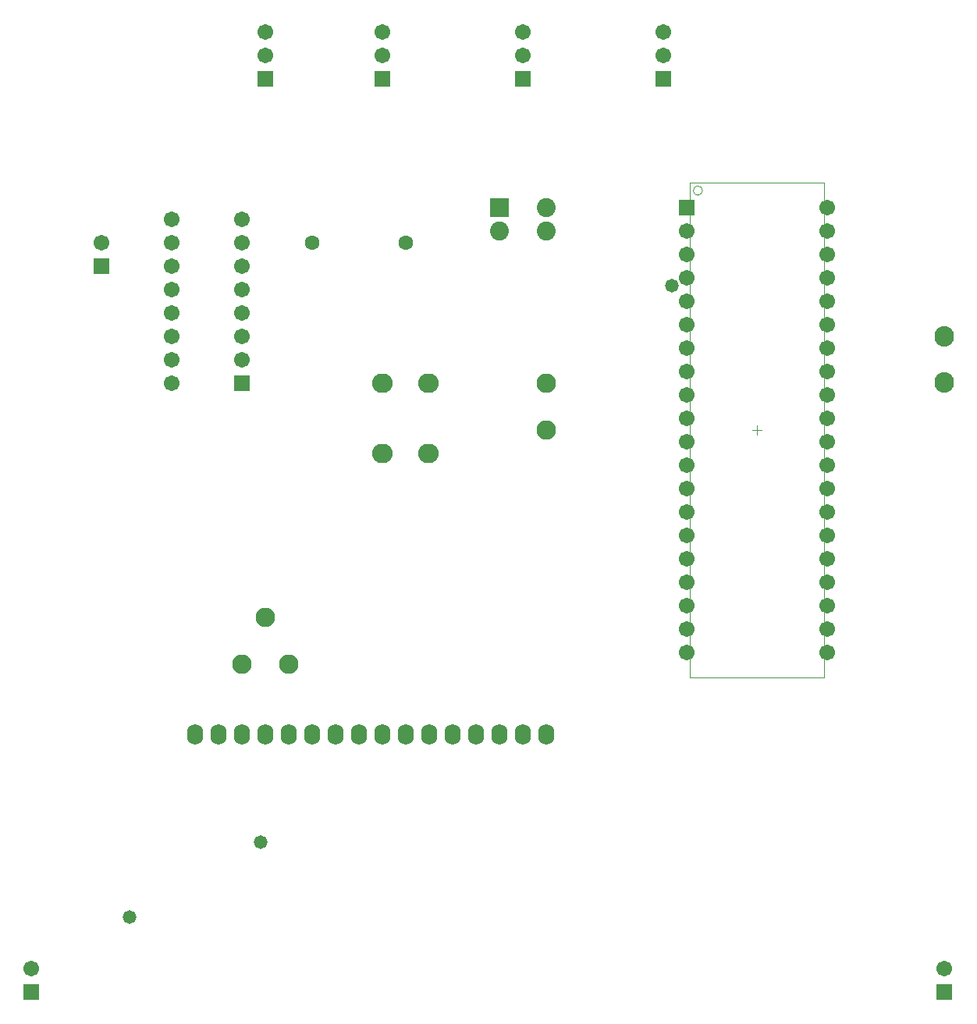
<source format=gts>
G04*
G04 #@! TF.GenerationSoftware,Altium Limited,Altium Designer,22.0.2 (36)*
G04*
G04 Layer_Color=8388736*
%FSLAX25Y25*%
%MOIN*%
G70*
G04*
G04 #@! TF.SameCoordinates,814A3CDE-6894-4AC5-8A30-7A96F4401CB6*
G04*
G04*
G04 #@! TF.FilePolarity,Negative*
G04*
G01*
G75*
%ADD16C,0.00394*%
%ADD17R,0.06706X0.06706*%
%ADD18C,0.06706*%
%ADD19R,0.06706X0.06706*%
%ADD20O,0.08300X0.08800*%
%ADD21O,0.06800X0.08800*%
%ADD22O,0.08800X0.08300*%
%ADD23C,0.08300*%
%ADD24C,0.06706*%
%ADD25R,0.06706X0.06706*%
%ADD26C,0.06312*%
%ADD27C,0.08083*%
%ADD28R,0.08083X0.08083*%
%ADD29C,0.05800*%
D16*
X566772Y472165D02*
G03*
X566772Y472165I-1969J0D01*
G01*
X561260Y264291D02*
Y475709D01*
X618740Y264291D02*
Y475709D01*
X561260D02*
X618740D01*
X561260Y264291D02*
X618740D01*
X588032Y370000D02*
X591969D01*
X590000Y368032D02*
Y371969D01*
D17*
X380000Y520000D02*
D03*
X430000D02*
D03*
X490000D02*
D03*
X550000D02*
D03*
X280000Y130000D02*
D03*
X670000D02*
D03*
X310000Y440000D02*
D03*
D18*
X380000Y530000D02*
D03*
Y540000D02*
D03*
X430000Y530000D02*
D03*
Y540000D02*
D03*
X490000Y530000D02*
D03*
Y540000D02*
D03*
X550000Y530000D02*
D03*
Y540000D02*
D03*
X560000Y455000D02*
D03*
Y445000D02*
D03*
Y435000D02*
D03*
Y425000D02*
D03*
Y415000D02*
D03*
Y405000D02*
D03*
Y395000D02*
D03*
Y385000D02*
D03*
Y375000D02*
D03*
Y365000D02*
D03*
Y355000D02*
D03*
Y345000D02*
D03*
Y335000D02*
D03*
Y325000D02*
D03*
Y315000D02*
D03*
Y305000D02*
D03*
Y295000D02*
D03*
Y285000D02*
D03*
Y275000D02*
D03*
X620000Y465000D02*
D03*
Y455000D02*
D03*
Y445000D02*
D03*
Y435000D02*
D03*
Y425000D02*
D03*
Y415000D02*
D03*
Y405000D02*
D03*
Y395000D02*
D03*
Y385000D02*
D03*
Y375000D02*
D03*
Y365000D02*
D03*
Y355000D02*
D03*
Y345000D02*
D03*
Y335000D02*
D03*
Y325000D02*
D03*
Y315000D02*
D03*
Y305000D02*
D03*
Y295000D02*
D03*
Y285000D02*
D03*
Y275000D02*
D03*
X280000Y140000D02*
D03*
X670000D02*
D03*
X310000Y450000D02*
D03*
D19*
X560000Y465000D02*
D03*
D20*
X670000Y410000D02*
D03*
Y390315D02*
D03*
D21*
X400000Y240000D02*
D03*
X410000D02*
D03*
X420000D02*
D03*
X390000D02*
D03*
X360000D02*
D03*
X370000D02*
D03*
X380000D02*
D03*
X430000D02*
D03*
X480000D02*
D03*
X490000D02*
D03*
X500000D02*
D03*
X470000D02*
D03*
X440000D02*
D03*
X450000D02*
D03*
X460000D02*
D03*
X350000D02*
D03*
D22*
X430000Y390000D02*
D03*
X449685D02*
D03*
X430000Y360000D02*
D03*
X449685D02*
D03*
D23*
X500000Y370000D02*
D03*
Y390000D02*
D03*
X390000Y270000D02*
D03*
X380000Y290000D02*
D03*
X370000Y270000D02*
D03*
D24*
X340000Y460000D02*
D03*
Y450000D02*
D03*
Y440000D02*
D03*
Y430000D02*
D03*
Y420000D02*
D03*
Y410000D02*
D03*
Y400000D02*
D03*
Y390000D02*
D03*
X370000Y460000D02*
D03*
Y450000D02*
D03*
Y440000D02*
D03*
Y430000D02*
D03*
Y420000D02*
D03*
Y410000D02*
D03*
Y400000D02*
D03*
D25*
Y390000D02*
D03*
D26*
X400000Y450000D02*
D03*
X440000D02*
D03*
D27*
X480000Y455000D02*
D03*
X500000D02*
D03*
Y465000D02*
D03*
D28*
X480000D02*
D03*
D29*
X322000Y162000D02*
D03*
X553600Y431500D02*
D03*
X378000Y194000D02*
D03*
M02*

</source>
